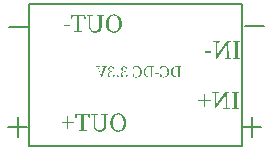
<source format=gbo>
G04 Layer: BottomSilkLayer*
G04 EasyEDA v6.1.30, Mon, 22 Apr 2019 04:26:04 GMT*
G04 3299eb1e32c44027902f169d4311eafc,c4e59543e3c44a9793b0b0a188f79ba1,10*
G04 Gerber Generator version 0.2*
G04 Scale: 100 percent, Rotated: No, Reflected: No *
G04 Dimensions in millimeters *
G04 leading zeros omitted , absolute positions ,3 integer and 3 decimal *
%FSLAX33Y33*%
%MOMM*%
G90*
G71D02*

%ADD24C,0.203200*%
%ADD28C,0.150012*%

%LPD*%
G54D28*
G01X27432Y24003D02*
G01X9432Y24003D01*
G01X9432Y12003D01*
G01X27432Y12003D01*
G01X27432Y24003D01*

%LPD*%
G36*
G01X25560Y20828D02*
G01X25032Y20828D01*
G01X25032Y20751D01*
G01X25220Y20726D01*
G01X25223Y19324D01*
G01X25301Y19324D01*
G01X26211Y20574D01*
G01X26206Y19446D01*
G01X25967Y19415D01*
G01X25967Y19339D01*
G01X26495Y19339D01*
G01X26495Y19415D01*
G01X26307Y19443D01*
G01X26302Y20703D01*
G01X26325Y20731D01*
G01X26485Y20751D01*
G01X26485Y20828D01*
G01X26140Y20828D01*
G01X25317Y19690D01*
G01X25322Y20723D01*
G01X25560Y20751D01*
G01X25560Y20828D01*
G37*

%LPD*%
G36*
G01X27305Y20828D02*
G01X26678Y20828D01*
G01X26678Y20751D01*
G01X26886Y20728D01*
G01X26888Y20656D01*
G01X26889Y20583D01*
G01X26891Y20435D01*
G01X26891Y19734D01*
G01X26890Y19661D01*
G01X26889Y19587D01*
G01X26888Y19514D01*
G01X26886Y19441D01*
G01X26678Y19415D01*
G01X26678Y19339D01*
G01X27305Y19339D01*
G01X27305Y19415D01*
G01X27097Y19438D01*
G01X27096Y19511D01*
G01X27096Y19585D01*
G01X27095Y19658D01*
G01X27095Y20508D01*
G01X27096Y20655D01*
G01X27097Y20728D01*
G01X27305Y20751D01*
G01X27305Y20828D01*
G37*

%LPD*%
G36*
G01X24862Y19964D02*
G01X24344Y19964D01*
G01X24344Y19832D01*
G01X24862Y19832D01*
G01X24862Y19964D01*
G37*

%LPD*%

%LPD*%
G36*
G01X25461Y16565D02*
G01X24933Y16565D01*
G01X24933Y16489D01*
G01X25121Y16464D01*
G01X25124Y15062D01*
G01X25202Y15062D01*
G01X26112Y16311D01*
G01X26107Y15184D01*
G01X25868Y15153D01*
G01X25868Y15077D01*
G01X26396Y15077D01*
G01X26396Y15153D01*
G01X26208Y15181D01*
G01X26203Y16441D01*
G01X26226Y16469D01*
G01X26386Y16489D01*
G01X26386Y16565D01*
G01X26040Y16565D01*
G01X25218Y15427D01*
G01X25223Y16461D01*
G01X25461Y16489D01*
G01X25461Y16565D01*
G37*

%LPD*%
G36*
G01X27206Y16565D02*
G01X26579Y16565D01*
G01X26579Y16489D01*
G01X26787Y16466D01*
G01X26789Y16394D01*
G01X26790Y16321D01*
G01X26792Y16173D01*
G01X26792Y15472D01*
G01X26791Y15399D01*
G01X26790Y15325D01*
G01X26789Y15252D01*
G01X26787Y15179D01*
G01X26579Y15153D01*
G01X26579Y15077D01*
G01X27206Y15077D01*
G01X27206Y15153D01*
G01X26998Y15176D01*
G01X26997Y15249D01*
G01X26997Y15323D01*
G01X26996Y15396D01*
G01X26996Y16246D01*
G01X26997Y16393D01*
G01X26998Y16466D01*
G01X27206Y16489D01*
G01X27206Y16565D01*
G37*

%LPD*%
G36*
G01X24313Y16360D02*
G01X24196Y16360D01*
G01X24196Y15864D01*
G01X23732Y15864D01*
G01X23732Y15758D01*
G01X24196Y15758D01*
G01X24196Y15255D01*
G01X24313Y15255D01*
G01X24313Y15758D01*
G01X24781Y15758D01*
G01X24781Y15864D01*
G01X24313Y15864D01*
G01X24313Y16360D01*
G37*

%LPD*%
G54D24*
G01X28253Y14419D02*
G01X28253Y12758D01*
G01X29083Y13589D02*
G01X27420Y13589D01*
G01X29337Y22098D02*
G01X27674Y22098D01*
G01X9398Y22006D02*
G01X7735Y22006D01*
G01X8441Y14419D02*
G01X8441Y12758D01*
G01X9271Y13589D02*
G01X7608Y13589D01*

%LPD*%
G36*
G01X14837Y23078D02*
G01X14306Y23078D01*
G01X14306Y23002D01*
G01X14504Y22976D01*
G01X14506Y22194D01*
G01X14509Y22112D01*
G01X14516Y22036D01*
G01X14528Y21965D01*
G01X14545Y21901D01*
G01X14566Y21844D01*
G01X14591Y21791D01*
G01X14620Y21745D01*
G01X14652Y21704D01*
G01X14689Y21668D01*
G01X14728Y21638D01*
G01X14771Y21612D01*
G01X14817Y21592D01*
G01X14866Y21576D01*
G01X14917Y21565D01*
G01X14971Y21559D01*
G01X15027Y21556D01*
G01X15086Y21559D01*
G01X15144Y21565D01*
G01X15198Y21575D01*
G01X15249Y21591D01*
G01X15297Y21610D01*
G01X15342Y21634D01*
G01X15383Y21663D01*
G01X15421Y21697D01*
G01X15455Y21736D01*
G01X15484Y21780D01*
G01X15510Y21829D01*
G01X15531Y21883D01*
G01X15548Y21943D01*
G01X15560Y22009D01*
G01X15568Y22079D01*
G01X15571Y22156D01*
G01X15571Y22760D01*
G01X15572Y22908D01*
G01X15573Y22981D01*
G01X15759Y23002D01*
G01X15759Y23078D01*
G01X15139Y23078D01*
G01X15139Y23002D01*
G01X15362Y22976D01*
G01X15364Y22904D01*
G01X15365Y22832D01*
G01X15367Y22686D01*
G01X15367Y22207D01*
G01X15364Y22117D01*
G01X15355Y22037D01*
G01X15341Y21967D01*
G01X15321Y21906D01*
G01X15295Y21855D01*
G01X15265Y21811D01*
G01X15230Y21775D01*
G01X15191Y21747D01*
G01X15146Y21727D01*
G01X15099Y21712D01*
G01X15047Y21704D01*
G01X14991Y21701D01*
G01X14930Y21704D01*
G01X14873Y21714D01*
G01X14821Y21731D01*
G01X14775Y21754D01*
G01X14734Y21786D01*
G01X14699Y21824D01*
G01X14669Y21872D01*
G01X14644Y21928D01*
G01X14625Y21993D01*
G01X14612Y22067D01*
G01X14603Y22151D01*
G01X14600Y22245D01*
G01X14603Y22971D01*
G01X14837Y23002D01*
G01X14837Y23078D01*
G37*

%LPD*%
G36*
G01X16644Y23111D02*
G01X16592Y23114D01*
G01X16540Y23111D01*
G01X16489Y23105D01*
G01X16438Y23095D01*
G01X16388Y23080D01*
G01X16340Y23062D01*
G01X16293Y23040D01*
G01X16247Y23014D01*
G01X16204Y22984D01*
G01X16162Y22950D01*
G01X16123Y22912D01*
G01X16087Y22871D01*
G01X16053Y22826D01*
G01X16022Y22777D01*
G01X15995Y22725D01*
G01X15971Y22669D01*
G01X15951Y22609D01*
G01X15935Y22546D01*
G01X15923Y22480D01*
G01X15916Y22409D01*
G01X15914Y22336D01*
G01X15916Y22264D01*
G01X15923Y22196D01*
G01X15935Y22130D01*
G01X15951Y22067D01*
G01X15970Y22008D01*
G01X15994Y21952D01*
G01X16021Y21899D01*
G01X16051Y21850D01*
G01X16085Y21804D01*
G01X16121Y21763D01*
G01X16160Y21724D01*
G01X16202Y21690D01*
G01X16245Y21659D01*
G01X16290Y21632D01*
G01X16338Y21609D01*
G01X16386Y21591D01*
G01X16437Y21576D01*
G01X16488Y21565D01*
G01X16539Y21559D01*
G01X16592Y21556D01*
G01X16644Y21559D01*
G01X16696Y21565D01*
G01X16747Y21575D01*
G01X16797Y21589D01*
G01X16846Y21607D01*
G01X16893Y21629D01*
G01X16939Y21655D01*
G01X16983Y21684D01*
G01X17025Y21719D01*
G01X17064Y21756D01*
G01X17100Y21797D01*
G01X17134Y21842D01*
G01X17164Y21891D01*
G01X17192Y21944D01*
G01X17216Y22000D01*
G01X17235Y22060D01*
G01X17251Y22124D01*
G01X17263Y22191D01*
G01X17270Y22262D01*
G01X17272Y22336D01*
G01X17270Y22408D01*
G01X17263Y22476D01*
G01X17251Y22542D01*
G01X17235Y22604D01*
G01X17215Y22663D01*
G01X17191Y22719D01*
G01X17164Y22772D01*
G01X17133Y22820D01*
G01X17099Y22866D01*
G01X17063Y22908D01*
G01X17023Y22946D01*
G01X16982Y22980D01*
G01X16938Y23011D01*
G01X16892Y23038D01*
G01X16845Y23061D01*
G01X16796Y23079D01*
G01X16746Y23094D01*
G01X16695Y23105D01*
G01X16644Y23111D01*
G37*

%LPC*%
G36*
G01X16648Y23013D02*
G01X16592Y23017D01*
G01X16536Y23013D01*
G01X16483Y23002D01*
G01X16435Y22984D01*
G01X16391Y22960D01*
G01X16351Y22929D01*
G01X16314Y22894D01*
G01X16281Y22852D01*
G01X16252Y22807D01*
G01X16226Y22757D01*
G01X16205Y22705D01*
G01X16186Y22648D01*
G01X16171Y22589D01*
G01X16159Y22528D01*
G01X16151Y22465D01*
G01X16146Y22401D01*
G01X16145Y22336D01*
G01X16146Y22270D01*
G01X16151Y22206D01*
G01X16159Y22142D01*
G01X16171Y22081D01*
G01X16186Y22021D01*
G01X16205Y21965D01*
G01X16226Y21912D01*
G01X16252Y21862D01*
G01X16281Y21817D01*
G01X16314Y21776D01*
G01X16351Y21740D01*
G01X16391Y21710D01*
G01X16435Y21686D01*
G01X16483Y21668D01*
G01X16536Y21657D01*
G01X16592Y21653D01*
G01X16648Y21657D01*
G01X16700Y21668D01*
G01X16748Y21686D01*
G01X16793Y21710D01*
G01X16834Y21740D01*
G01X16870Y21776D01*
G01X16903Y21817D01*
G01X16933Y21862D01*
G01X16958Y21912D01*
G01X16981Y21965D01*
G01X17000Y22021D01*
G01X17015Y22081D01*
G01X17027Y22142D01*
G01X17035Y22206D01*
G01X17040Y22270D01*
G01X17041Y22336D01*
G01X17040Y22401D01*
G01X17035Y22465D01*
G01X17027Y22528D01*
G01X17015Y22589D01*
G01X17000Y22648D01*
G01X16981Y22705D01*
G01X16958Y22757D01*
G01X16933Y22807D01*
G01X16903Y22852D01*
G01X16870Y22894D01*
G01X16834Y22929D01*
G01X16793Y22960D01*
G01X16748Y22984D01*
G01X16700Y23002D01*
G01X16648Y23013D01*
G37*

%LPD*%
G36*
G01X14184Y23078D02*
G01X12965Y23078D01*
G01X12949Y22682D01*
G01X13056Y22682D01*
G01X13120Y22981D01*
G01X13470Y22981D01*
G01X13471Y22908D01*
G01X13472Y22760D01*
G01X13472Y22686D01*
G01X13473Y22612D01*
G01X13473Y22058D01*
G01X13472Y21984D01*
G01X13472Y21838D01*
G01X13471Y21764D01*
G01X13470Y21691D01*
G01X13239Y21666D01*
G01X13239Y21590D01*
G01X13909Y21590D01*
G01X13909Y21666D01*
G01X13681Y21691D01*
G01X13678Y21836D01*
G01X13677Y21910D01*
G01X13676Y21983D01*
G01X13676Y22686D01*
G01X13678Y22834D01*
G01X13681Y22981D01*
G01X14031Y22981D01*
G01X14092Y22682D01*
G01X14204Y22682D01*
G01X14184Y23078D01*
G37*

%LPD*%
G36*
G01X12914Y22214D02*
G01X12396Y22214D01*
G01X12396Y22082D01*
G01X12914Y22082D01*
G01X12914Y22214D01*
G37*

%LPD*%

%LPD*%
G36*
G01X15218Y14696D02*
G01X14687Y14696D01*
G01X14687Y14620D01*
G01X14885Y14594D01*
G01X14887Y13812D01*
G01X14890Y13730D01*
G01X14897Y13654D01*
G01X14909Y13583D01*
G01X14926Y13519D01*
G01X14947Y13462D01*
G01X14972Y13409D01*
G01X15001Y13363D01*
G01X15033Y13322D01*
G01X15070Y13286D01*
G01X15109Y13256D01*
G01X15152Y13230D01*
G01X15198Y13210D01*
G01X15247Y13194D01*
G01X15298Y13183D01*
G01X15352Y13177D01*
G01X15408Y13174D01*
G01X15467Y13177D01*
G01X15525Y13183D01*
G01X15579Y13193D01*
G01X15630Y13209D01*
G01X15678Y13228D01*
G01X15723Y13252D01*
G01X15764Y13281D01*
G01X15802Y13315D01*
G01X15835Y13354D01*
G01X15865Y13398D01*
G01X15891Y13447D01*
G01X15912Y13501D01*
G01X15929Y13561D01*
G01X15941Y13627D01*
G01X15949Y13697D01*
G01X15952Y13774D01*
G01X15952Y14378D01*
G01X15953Y14526D01*
G01X15954Y14599D01*
G01X16140Y14620D01*
G01X16140Y14696D01*
G01X15520Y14696D01*
G01X15520Y14620D01*
G01X15743Y14594D01*
G01X15745Y14522D01*
G01X15746Y14450D01*
G01X15748Y14304D01*
G01X15748Y13825D01*
G01X15745Y13735D01*
G01X15736Y13655D01*
G01X15722Y13585D01*
G01X15702Y13524D01*
G01X15676Y13473D01*
G01X15646Y13429D01*
G01X15611Y13393D01*
G01X15572Y13365D01*
G01X15527Y13345D01*
G01X15480Y13330D01*
G01X15428Y13322D01*
G01X15372Y13319D01*
G01X15311Y13322D01*
G01X15254Y13332D01*
G01X15202Y13348D01*
G01X15156Y13372D01*
G01X15115Y13403D01*
G01X15080Y13442D01*
G01X15050Y13490D01*
G01X15025Y13546D01*
G01X15006Y13611D01*
G01X14993Y13685D01*
G01X14984Y13769D01*
G01X14981Y13863D01*
G01X14984Y14589D01*
G01X15218Y14620D01*
G01X15218Y14696D01*
G37*

%LPD*%
G36*
G01X17025Y14729D02*
G01X16973Y14732D01*
G01X16921Y14729D01*
G01X16870Y14723D01*
G01X16819Y14713D01*
G01X16769Y14698D01*
G01X16721Y14680D01*
G01X16674Y14658D01*
G01X16628Y14632D01*
G01X16585Y14602D01*
G01X16543Y14568D01*
G01X16504Y14530D01*
G01X16467Y14489D01*
G01X16434Y14444D01*
G01X16403Y14395D01*
G01X16376Y14343D01*
G01X16352Y14287D01*
G01X16332Y14227D01*
G01X16316Y14164D01*
G01X16304Y14098D01*
G01X16297Y14027D01*
G01X16295Y13954D01*
G01X16297Y13882D01*
G01X16304Y13813D01*
G01X16315Y13748D01*
G01X16332Y13685D01*
G01X16351Y13626D01*
G01X16375Y13570D01*
G01X16402Y13517D01*
G01X16432Y13468D01*
G01X16466Y13422D01*
G01X16502Y13381D01*
G01X16541Y13342D01*
G01X16583Y13308D01*
G01X16626Y13277D01*
G01X16671Y13250D01*
G01X16719Y13227D01*
G01X16767Y13209D01*
G01X16818Y13194D01*
G01X16869Y13183D01*
G01X16920Y13177D01*
G01X16973Y13174D01*
G01X17025Y13177D01*
G01X17077Y13183D01*
G01X17128Y13193D01*
G01X17178Y13207D01*
G01X17227Y13225D01*
G01X17274Y13247D01*
G01X17320Y13273D01*
G01X17364Y13302D01*
G01X17406Y13337D01*
G01X17445Y13374D01*
G01X17481Y13415D01*
G01X17515Y13460D01*
G01X17545Y13509D01*
G01X17573Y13562D01*
G01X17597Y13618D01*
G01X17616Y13678D01*
G01X17632Y13742D01*
G01X17644Y13809D01*
G01X17651Y13880D01*
G01X17653Y13954D01*
G01X17651Y14026D01*
G01X17644Y14094D01*
G01X17632Y14160D01*
G01X17616Y14222D01*
G01X17596Y14281D01*
G01X17572Y14337D01*
G01X17545Y14390D01*
G01X17514Y14438D01*
G01X17480Y14484D01*
G01X17444Y14526D01*
G01X17404Y14564D01*
G01X17363Y14598D01*
G01X17319Y14629D01*
G01X17273Y14656D01*
G01X17226Y14679D01*
G01X17177Y14697D01*
G01X17127Y14712D01*
G01X17076Y14723D01*
G01X17025Y14729D01*
G37*

%LPC*%
G36*
G01X17029Y14631D02*
G01X16973Y14635D01*
G01X16917Y14631D01*
G01X16864Y14620D01*
G01X16816Y14602D01*
G01X16772Y14578D01*
G01X16732Y14547D01*
G01X16695Y14512D01*
G01X16662Y14470D01*
G01X16633Y14425D01*
G01X16607Y14375D01*
G01X16586Y14323D01*
G01X16567Y14266D01*
G01X16552Y14207D01*
G01X16540Y14146D01*
G01X16532Y14083D01*
G01X16527Y14019D01*
G01X16526Y13954D01*
G01X16527Y13888D01*
G01X16532Y13824D01*
G01X16540Y13760D01*
G01X16552Y13699D01*
G01X16567Y13639D01*
G01X16586Y13583D01*
G01X16607Y13530D01*
G01X16633Y13480D01*
G01X16662Y13435D01*
G01X16695Y13394D01*
G01X16732Y13358D01*
G01X16772Y13328D01*
G01X16816Y13304D01*
G01X16864Y13286D01*
G01X16917Y13275D01*
G01X16973Y13271D01*
G01X17029Y13275D01*
G01X17081Y13286D01*
G01X17129Y13304D01*
G01X17174Y13328D01*
G01X17215Y13358D01*
G01X17251Y13394D01*
G01X17284Y13435D01*
G01X17314Y13480D01*
G01X17339Y13530D01*
G01X17362Y13583D01*
G01X17381Y13639D01*
G01X17395Y13699D01*
G01X17408Y13760D01*
G01X17416Y13824D01*
G01X17421Y13888D01*
G01X17422Y13954D01*
G01X17421Y14019D01*
G01X17416Y14083D01*
G01X17408Y14146D01*
G01X17395Y14207D01*
G01X17381Y14266D01*
G01X17362Y14323D01*
G01X17339Y14375D01*
G01X17314Y14425D01*
G01X17284Y14470D01*
G01X17251Y14512D01*
G01X17215Y14547D01*
G01X17174Y14578D01*
G01X17129Y14602D01*
G01X17081Y14620D01*
G01X17029Y14631D01*
G37*

%LPD*%
G36*
G01X14565Y14696D02*
G01X13346Y14696D01*
G01X13330Y14300D01*
G01X13437Y14300D01*
G01X13501Y14599D01*
G01X13851Y14599D01*
G01X13852Y14526D01*
G01X13853Y14378D01*
G01X13853Y14304D01*
G01X13854Y14230D01*
G01X13854Y13676D01*
G01X13853Y13602D01*
G01X13853Y13456D01*
G01X13852Y13382D01*
G01X13851Y13309D01*
G01X13620Y13284D01*
G01X13620Y13208D01*
G01X14290Y13208D01*
G01X14290Y13284D01*
G01X14062Y13309D01*
G01X14059Y13454D01*
G01X14058Y13528D01*
G01X14057Y13674D01*
G01X14057Y14304D01*
G01X14059Y14452D01*
G01X14062Y14599D01*
G01X14412Y14599D01*
G01X14473Y14300D01*
G01X14585Y14300D01*
G01X14565Y14696D01*
G37*

%LPD*%
G36*
G01X12751Y14490D02*
G01X12634Y14490D01*
G01X12634Y13995D01*
G01X12170Y13995D01*
G01X12170Y13888D01*
G01X12634Y13888D01*
G01X12634Y13385D01*
G01X12751Y13385D01*
G01X12751Y13888D01*
G01X13219Y13888D01*
G01X13219Y13995D01*
G01X12751Y13995D01*
G01X12751Y14490D01*
G37*

%LPD*%

%LPD*%
G36*
G01X18563Y18728D02*
G01X18497Y18732D01*
G01X18434Y18729D01*
G01X18367Y18718D01*
G01X18299Y18696D01*
G01X18230Y18663D01*
G01X18227Y18460D01*
G01X18304Y18460D01*
G01X18339Y18635D01*
G01X18375Y18652D01*
G01X18410Y18663D01*
G01X18446Y18669D01*
G01X18481Y18671D01*
G01X18528Y18668D01*
G01X18573Y18659D01*
G01X18616Y18644D01*
G01X18655Y18623D01*
G01X18691Y18595D01*
G01X18724Y18563D01*
G01X18753Y18524D01*
G01X18778Y18480D01*
G01X18797Y18430D01*
G01X18812Y18374D01*
G01X18821Y18313D01*
G01X18824Y18247D01*
G01X18821Y18180D01*
G01X18813Y18118D01*
G01X18799Y18062D01*
G01X18781Y18012D01*
G01X18757Y17967D01*
G01X18730Y17929D01*
G01X18698Y17896D01*
G01X18662Y17869D01*
G01X18623Y17848D01*
G01X18581Y17832D01*
G01X18535Y17823D01*
G01X18487Y17820D01*
G01X18446Y17822D01*
G01X18406Y17828D01*
G01X18367Y17839D01*
G01X18327Y17856D01*
G01X18291Y18031D01*
G01X18215Y18031D01*
G01X18217Y17825D01*
G01X18283Y17796D01*
G01X18352Y17775D01*
G01X18424Y17763D01*
G01X18497Y17759D01*
G01X18565Y17763D01*
G01X18629Y17775D01*
G01X18688Y17795D01*
G01X18744Y17821D01*
G01X18793Y17855D01*
G01X18838Y17894D01*
G01X18876Y17940D01*
G01X18909Y17992D01*
G01X18935Y18049D01*
G01X18953Y18110D01*
G01X18965Y18176D01*
G01X18969Y18247D01*
G01X18965Y18315D01*
G01X18953Y18380D01*
G01X18934Y18441D01*
G01X18907Y18498D01*
G01X18874Y18549D01*
G01X18835Y18595D01*
G01X18790Y18635D01*
G01X18740Y18669D01*
G01X18685Y18696D01*
G01X18626Y18716D01*
G01X18563Y18728D01*
G37*

%LPD*%
G36*
G01X20878Y18728D02*
G01X20811Y18732D01*
G01X20749Y18729D01*
G01X20683Y18718D01*
G01X20615Y18696D01*
G01X20546Y18663D01*
G01X20544Y18460D01*
G01X20620Y18460D01*
G01X20656Y18635D01*
G01X20691Y18652D01*
G01X20726Y18663D01*
G01X20761Y18669D01*
G01X20795Y18671D01*
G01X20843Y18668D01*
G01X20888Y18659D01*
G01X20931Y18644D01*
G01X20971Y18623D01*
G01X21007Y18595D01*
G01X21041Y18563D01*
G01X21070Y18524D01*
G01X21094Y18480D01*
G01X21114Y18430D01*
G01X21129Y18374D01*
G01X21138Y18313D01*
G01X21141Y18247D01*
G01X21138Y18180D01*
G01X21130Y18118D01*
G01X21116Y18062D01*
G01X21097Y18012D01*
G01X21074Y17967D01*
G01X21046Y17929D01*
G01X21014Y17896D01*
G01X20978Y17869D01*
G01X20938Y17848D01*
G01X20895Y17832D01*
G01X20849Y17823D01*
G01X20800Y17820D01*
G01X20761Y17822D01*
G01X20721Y17828D01*
G01X20681Y17839D01*
G01X20640Y17856D01*
G01X20607Y18031D01*
G01X20531Y18031D01*
G01X20534Y17825D01*
G01X20600Y17796D01*
G01X20668Y17775D01*
G01X20739Y17763D01*
G01X20811Y17759D01*
G01X20879Y17763D01*
G01X20944Y17775D01*
G01X21004Y17795D01*
G01X21059Y17821D01*
G01X21109Y17855D01*
G01X21154Y17894D01*
G01X21193Y17940D01*
G01X21225Y17992D01*
G01X21251Y18049D01*
G01X21270Y18110D01*
G01X21282Y18176D01*
G01X21286Y18247D01*
G01X21282Y18315D01*
G01X21269Y18380D01*
G01X21250Y18441D01*
G01X21224Y18498D01*
G01X21190Y18549D01*
G01X21151Y18595D01*
G01X21106Y18635D01*
G01X21055Y18669D01*
G01X21001Y18696D01*
G01X20941Y18716D01*
G01X20878Y18728D01*
G37*

%LPD*%
G36*
G01X16461Y18718D02*
G01X16371Y18729D01*
G01X16313Y18725D01*
G01X16261Y18713D01*
G01X16216Y18693D01*
G01X16178Y18666D01*
G01X16147Y18633D01*
G01X16125Y18594D01*
G01X16111Y18550D01*
G01X16107Y18501D01*
G01X16120Y18427D01*
G01X16158Y18362D01*
G01X16220Y18308D01*
G01X16305Y18270D01*
G01X16250Y18257D01*
G01X16204Y18237D01*
G01X16165Y18213D01*
G01X16133Y18184D01*
G01X16109Y18150D01*
G01X16092Y18113D01*
G01X16082Y18071D01*
G01X16079Y18026D01*
G01X16084Y17971D01*
G01X16101Y17920D01*
G01X16128Y17876D01*
G01X16164Y17837D01*
G01X16209Y17805D01*
G01X16262Y17782D01*
G01X16322Y17767D01*
G01X16388Y17762D01*
G01X16439Y17764D01*
G01X16486Y17773D01*
G01X16528Y17787D01*
G01X16565Y17808D01*
G01X16596Y17834D01*
G01X16623Y17868D01*
G01X16642Y17908D01*
G01X16655Y17955D01*
G01X16642Y17975D01*
G01X16627Y17988D01*
G01X16609Y17995D01*
G01X16589Y17998D01*
G01X16561Y17993D01*
G01X16540Y17977D01*
G01X16525Y17950D01*
G01X16513Y17909D01*
G01X16490Y17825D01*
G01X16448Y17817D01*
G01X16428Y17816D01*
G01X16409Y17815D01*
G01X16320Y17831D01*
G01X16255Y17875D01*
G01X16215Y17943D01*
G01X16201Y18028D01*
G01X16204Y18075D01*
G01X16214Y18116D01*
G01X16231Y18152D01*
G01X16254Y18182D01*
G01X16284Y18207D01*
G01X16321Y18225D01*
G01X16366Y18236D01*
G01X16416Y18239D01*
G01X16482Y18239D01*
G01X16482Y18300D01*
G01X16427Y18300D01*
G01X16342Y18313D01*
G01X16278Y18352D01*
G01X16238Y18412D01*
G01X16223Y18496D01*
G01X16235Y18573D01*
G01X16269Y18630D01*
G01X16323Y18664D01*
G01X16396Y18676D01*
G01X16412Y18676D01*
G01X16429Y18674D01*
G01X16446Y18671D01*
G01X16465Y18666D01*
G01X16488Y18587D01*
G01X16500Y18549D01*
G01X16515Y18522D01*
G01X16537Y18506D01*
G01X16566Y18501D01*
G01X16586Y18503D01*
G01X16604Y18512D01*
G01X16619Y18527D01*
G01X16630Y18549D01*
G01X16596Y18629D01*
G01X16538Y18685D01*
G01X16461Y18718D01*
G37*

%LPD*%
G36*
G01X16963Y17945D02*
G01X16927Y17952D01*
G01X16889Y17945D01*
G01X16859Y17924D01*
G01X16838Y17893D01*
G01X16830Y17856D01*
G01X16838Y17820D01*
G01X16859Y17790D01*
G01X16889Y17769D01*
G01X16927Y17762D01*
G01X16963Y17769D01*
G01X16993Y17790D01*
G01X17013Y17820D01*
G01X17021Y17856D01*
G01X17013Y17893D01*
G01X16993Y17924D01*
G01X16963Y17945D01*
G37*

%LPD*%
G36*
G01X17576Y18718D02*
G01X17486Y18729D01*
G01X17428Y18725D01*
G01X17376Y18713D01*
G01X17331Y18693D01*
G01X17293Y18666D01*
G01X17262Y18633D01*
G01X17240Y18594D01*
G01X17226Y18550D01*
G01X17222Y18501D01*
G01X17235Y18427D01*
G01X17273Y18362D01*
G01X17335Y18308D01*
G01X17420Y18270D01*
G01X17365Y18257D01*
G01X17319Y18237D01*
G01X17280Y18213D01*
G01X17249Y18184D01*
G01X17224Y18150D01*
G01X17207Y18113D01*
G01X17197Y18071D01*
G01X17194Y18026D01*
G01X17199Y17971D01*
G01X17216Y17920D01*
G01X17243Y17876D01*
G01X17279Y17837D01*
G01X17324Y17805D01*
G01X17377Y17782D01*
G01X17437Y17767D01*
G01X17504Y17762D01*
G01X17554Y17764D01*
G01X17601Y17773D01*
G01X17643Y17787D01*
G01X17680Y17808D01*
G01X17711Y17834D01*
G01X17738Y17868D01*
G01X17757Y17908D01*
G01X17770Y17955D01*
G01X17758Y17975D01*
G01X17742Y17988D01*
G01X17724Y17995D01*
G01X17704Y17998D01*
G01X17676Y17993D01*
G01X17655Y17977D01*
G01X17640Y17950D01*
G01X17628Y17909D01*
G01X17605Y17825D01*
G01X17563Y17817D01*
G01X17543Y17816D01*
G01X17524Y17815D01*
G01X17435Y17831D01*
G01X17370Y17875D01*
G01X17330Y17943D01*
G01X17316Y18028D01*
G01X17319Y18075D01*
G01X17329Y18116D01*
G01X17346Y18152D01*
G01X17369Y18182D01*
G01X17399Y18207D01*
G01X17436Y18225D01*
G01X17481Y18236D01*
G01X17531Y18239D01*
G01X17598Y18239D01*
G01X17598Y18300D01*
G01X17542Y18300D01*
G01X17457Y18313D01*
G01X17393Y18352D01*
G01X17353Y18412D01*
G01X17338Y18496D01*
G01X17350Y18573D01*
G01X17384Y18630D01*
G01X17438Y18664D01*
G01X17511Y18676D01*
G01X17527Y18676D01*
G01X17544Y18674D01*
G01X17561Y18671D01*
G01X17580Y18666D01*
G01X17603Y18587D01*
G01X17615Y18549D01*
G01X17631Y18522D01*
G01X17652Y18506D01*
G01X17681Y18501D01*
G01X17701Y18503D01*
G01X17719Y18512D01*
G01X17734Y18527D01*
G01X17745Y18549D01*
G01X17711Y18629D01*
G01X17653Y18685D01*
G01X17576Y18718D01*
G37*

%LPD*%
G36*
G01X15418Y18709D02*
G01X15101Y18709D01*
G01X15101Y18663D01*
G01X15220Y18646D01*
G01X15512Y17772D01*
G01X15571Y17772D01*
G01X15896Y18651D01*
G01X16002Y18661D01*
G01X16002Y18709D01*
G01X15624Y18709D01*
G01X15624Y18656D01*
G01X15761Y18646D01*
G01X15517Y17947D01*
G01X15291Y18646D01*
G01X15418Y18656D01*
G01X15418Y18709D01*
G37*

%LPD*%
G36*
G01X19975Y18709D02*
G01X19569Y18709D01*
G01X19503Y18706D01*
G01X19442Y18695D01*
G01X19384Y18679D01*
G01X19332Y18655D01*
G01X19284Y18625D01*
G01X19241Y18589D01*
G01X19205Y18547D01*
G01X19174Y18498D01*
G01X19149Y18443D01*
G01X19131Y18383D01*
G01X19120Y18316D01*
G01X19116Y18244D01*
G01X19121Y18173D01*
G01X19133Y18107D01*
G01X19152Y18046D01*
G01X19179Y17992D01*
G01X19212Y17943D01*
G01X19252Y17900D01*
G01X19297Y17864D01*
G01X19347Y17834D01*
G01X19402Y17810D01*
G01X19462Y17793D01*
G01X19526Y17783D01*
G01X19594Y17780D01*
G01X19975Y17780D01*
G01X19975Y17828D01*
G01X19845Y17840D01*
G01X19844Y17886D01*
G01X19844Y17933D01*
G01X19843Y17980D01*
G01X19843Y18464D01*
G01X19845Y18648D01*
G01X19975Y18661D01*
G01X19975Y18709D01*
G37*

%LPC*%
G36*
G01X19713Y18656D02*
G01X19591Y18656D01*
G01X19541Y18653D01*
G01X19494Y18644D01*
G01X19451Y18629D01*
G01X19412Y18609D01*
G01X19378Y18583D01*
G01X19347Y18551D01*
G01X19321Y18514D01*
G01X19300Y18471D01*
G01X19283Y18422D01*
G01X19271Y18368D01*
G01X19264Y18309D01*
G01X19261Y18244D01*
G01X19264Y18182D01*
G01X19271Y18125D01*
G01X19284Y18072D01*
G01X19300Y18024D01*
G01X19322Y17981D01*
G01X19349Y17944D01*
G01X19380Y17911D01*
G01X19416Y17884D01*
G01X19456Y17863D01*
G01X19501Y17848D01*
G01X19550Y17838D01*
G01X19604Y17835D01*
G01X19713Y17835D01*
G01X19715Y17931D01*
G01X19715Y18027D01*
G01X19716Y18077D01*
G01X19716Y18374D01*
G01X19715Y18469D01*
G01X19715Y18563D01*
G01X19713Y18656D01*
G37*

%LPD*%
G36*
G01X22291Y18709D02*
G01X21885Y18709D01*
G01X21819Y18706D01*
G01X21757Y18695D01*
G01X21700Y18679D01*
G01X21647Y18655D01*
G01X21600Y18625D01*
G01X21557Y18589D01*
G01X21520Y18547D01*
G01X21490Y18498D01*
G01X21465Y18443D01*
G01X21448Y18383D01*
G01X21436Y18316D01*
G01X21433Y18244D01*
G01X21437Y18173D01*
G01X21449Y18107D01*
G01X21468Y18046D01*
G01X21495Y17992D01*
G01X21528Y17943D01*
G01X21568Y17900D01*
G01X21613Y17864D01*
G01X21664Y17834D01*
G01X21719Y17810D01*
G01X21779Y17793D01*
G01X21843Y17783D01*
G01X21910Y17780D01*
G01X22291Y17780D01*
G01X22291Y17828D01*
G01X22159Y17840D01*
G01X22159Y18648D01*
G01X22291Y18661D01*
G01X22291Y18709D01*
G37*

%LPC*%
G36*
G01X22027Y18656D02*
G01X21908Y18656D01*
G01X21857Y18653D01*
G01X21810Y18644D01*
G01X21767Y18629D01*
G01X21729Y18609D01*
G01X21694Y18583D01*
G01X21664Y18551D01*
G01X21638Y18514D01*
G01X21616Y18471D01*
G01X21600Y18422D01*
G01X21587Y18368D01*
G01X21580Y18309D01*
G01X21578Y18244D01*
G01X21580Y18182D01*
G01X21587Y18125D01*
G01X21600Y18072D01*
G01X21617Y18024D01*
G01X21639Y17981D01*
G01X21666Y17944D01*
G01X21697Y17911D01*
G01X21732Y17884D01*
G01X21773Y17863D01*
G01X21817Y17848D01*
G01X21867Y17838D01*
G01X21921Y17835D01*
G01X22027Y17835D01*
G01X22030Y17931D01*
G01X22032Y18027D01*
G01X22032Y18469D01*
G01X22030Y18563D01*
G01X22027Y18656D01*
G37*

%LPD*%
G36*
G01X20417Y18168D02*
G01X20094Y18168D01*
G01X20094Y18089D01*
G01X20417Y18089D01*
G01X20417Y18168D01*
G37*

%LPD*%
M00*
M02*

</source>
